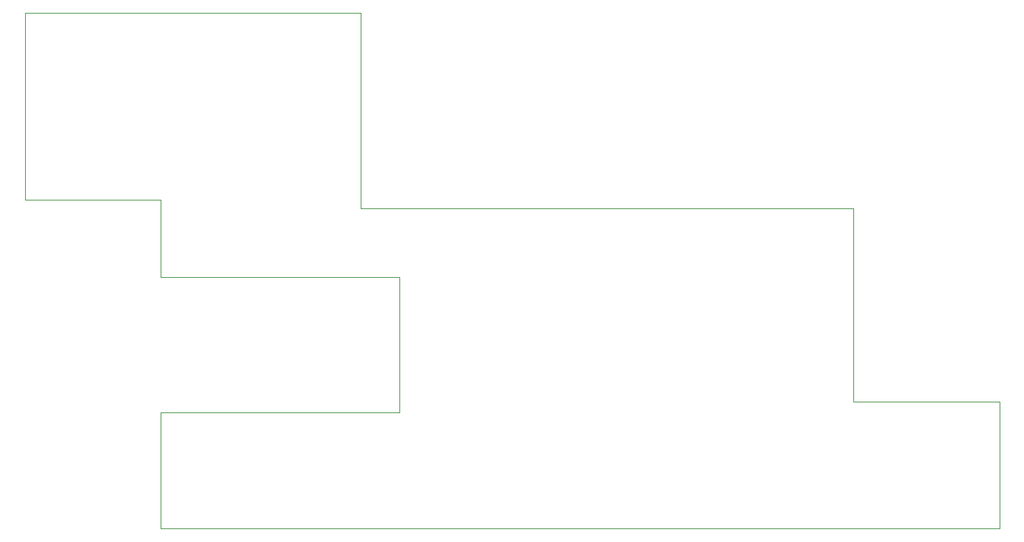
<source format=gbr>
%TF.GenerationSoftware,KiCad,Pcbnew,(6.0.0)*%
%TF.CreationDate,2022-08-27T02:03:40+01:00*%
%TF.ProjectId,AMSK6128r1,414d534b-3631-4323-9872-312e6b696361,rev?*%
%TF.SameCoordinates,Original*%
%TF.FileFunction,Profile,NP*%
%FSLAX46Y46*%
G04 Gerber Fmt 4.6, Leading zero omitted, Abs format (unit mm)*
G04 Created by KiCad (PCBNEW (6.0.0)) date 2022-08-27 02:03:40*
%MOMM*%
%LPD*%
G01*
G04 APERTURE LIST*
%TA.AperFunction,Profile*%
%ADD10C,0.100000*%
%TD*%
G04 APERTURE END LIST*
D10*
X109220000Y-56642000D02*
X167386000Y-56642000D01*
X167386000Y-56642000D02*
X167386000Y-79502000D01*
X167386000Y-79502000D02*
X184658000Y-79502000D01*
X184658000Y-79502000D02*
X184658000Y-94488000D01*
X184658000Y-94488000D02*
X85598000Y-94488000D01*
X85598000Y-94488000D02*
X85598000Y-80772000D01*
X85598000Y-80772000D02*
X113792000Y-80772000D01*
X113792000Y-80772000D02*
X113792000Y-64770000D01*
X113792000Y-64770000D02*
X85598000Y-64770000D01*
X85598000Y-64770000D02*
X85598000Y-55626000D01*
X85598000Y-55626000D02*
X69596000Y-55626000D01*
X69596000Y-55626000D02*
X69596000Y-33528000D01*
X69596000Y-33528000D02*
X109220000Y-33528000D01*
X109220000Y-33528000D02*
X109220000Y-56642000D01*
M02*

</source>
